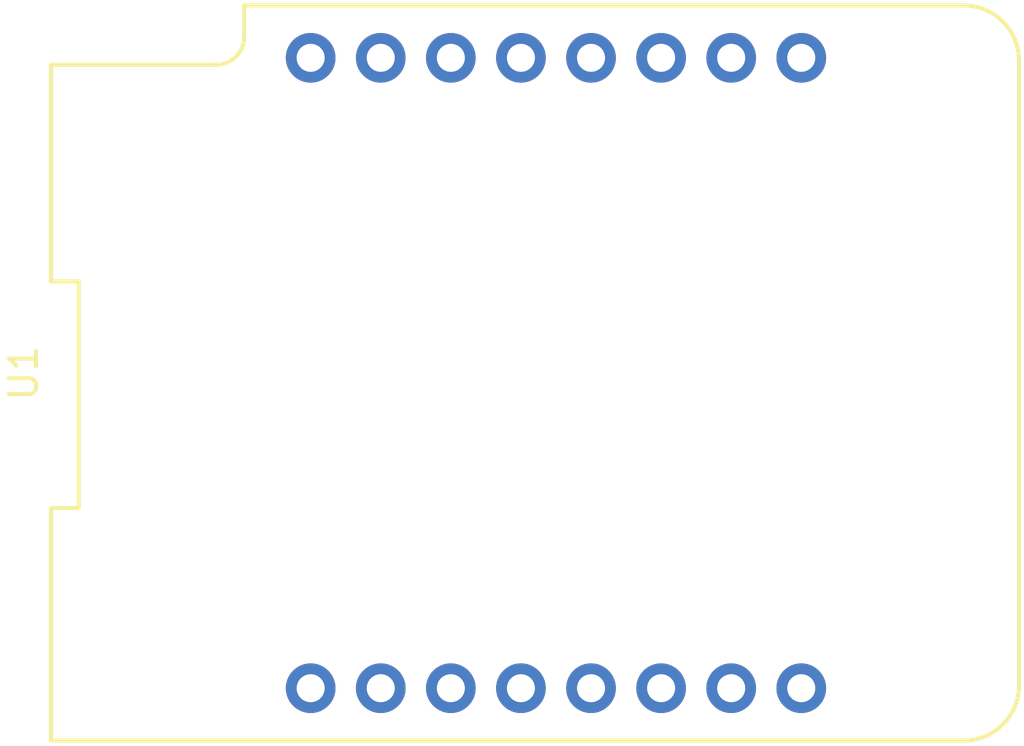
<source format=kicad_pcb>
(kicad_pcb (version 20171130) (host pcbnew "(5.0.1-3-g963ef8bb5)")

  (general
    (thickness 1.6)
    (drawings 0)
    (tracks 0)
    (zones 0)
    (modules 1)
    (nets 17)
  )

  (page A4)
  (layers
    (0 F.Cu signal)
    (31 B.Cu signal)
    (32 B.Adhes user)
    (33 F.Adhes user)
    (34 B.Paste user)
    (35 F.Paste user)
    (36 B.SilkS user)
    (37 F.SilkS user)
    (38 B.Mask user)
    (39 F.Mask user)
    (40 Dwgs.User user)
    (41 Cmts.User user)
    (42 Eco1.User user)
    (43 Eco2.User user)
    (44 Edge.Cuts user)
    (45 Margin user)
    (46 B.CrtYd user)
    (47 F.CrtYd user)
    (48 B.Fab user)
    (49 F.Fab user)
  )

  (setup
    (last_trace_width 0.25)
    (trace_clearance 0.2)
    (zone_clearance 0.508)
    (zone_45_only no)
    (trace_min 0.2)
    (segment_width 0.2)
    (edge_width 0.15)
    (via_size 0.8)
    (via_drill 0.4)
    (via_min_size 0.4)
    (via_min_drill 0.3)
    (uvia_size 0.3)
    (uvia_drill 0.1)
    (uvias_allowed no)
    (uvia_min_size 0.2)
    (uvia_min_drill 0.1)
    (pcb_text_width 0.3)
    (pcb_text_size 1.5 1.5)
    (mod_edge_width 0.15)
    (mod_text_size 1 1)
    (mod_text_width 0.15)
    (pad_size 1.524 1.524)
    (pad_drill 0.762)
    (pad_to_mask_clearance 0.051)
    (solder_mask_min_width 0.25)
    (aux_axis_origin 0 0)
    (visible_elements FFFFFF7F)
    (pcbplotparams
      (layerselection 0x010fc_ffffffff)
      (usegerberextensions false)
      (usegerberattributes false)
      (usegerberadvancedattributes false)
      (creategerberjobfile false)
      (excludeedgelayer true)
      (linewidth 0.100000)
      (plotframeref false)
      (viasonmask false)
      (mode 1)
      (useauxorigin false)
      (hpglpennumber 1)
      (hpglpenspeed 20)
      (hpglpendiameter 15.000000)
      (psnegative false)
      (psa4output false)
      (plotreference true)
      (plotvalue true)
      (plotinvisibletext false)
      (padsonsilk false)
      (subtractmaskfromsilk false)
      (outputformat 1)
      (mirror false)
      (drillshape 1)
      (scaleselection 1)
      (outputdirectory ""))
  )

  (net 0 "")
  (net 1 "Net-(U1-Pad16)")
  (net 2 "Net-(U1-Pad1)")
  (net 3 "Net-(U1-Pad15)")
  (net 4 "Net-(U1-Pad2)")
  (net 5 "Net-(U1-Pad14)")
  (net 6 "Net-(U1-Pad3)")
  (net 7 "Net-(U1-Pad13)")
  (net 8 "Net-(U1-Pad4)")
  (net 9 "Net-(U1-Pad12)")
  (net 10 "Net-(U1-Pad5)")
  (net 11 "Net-(U1-Pad11)")
  (net 12 "Net-(U1-Pad6)")
  (net 13 "Net-(U1-Pad10)")
  (net 14 "Net-(U1-Pad7)")
  (net 15 "Net-(U1-Pad9)")
  (net 16 "Net-(U1-Pad8)")

  (net_class Default "This is the default net class."
    (clearance 0.2)
    (trace_width 0.25)
    (via_dia 0.8)
    (via_drill 0.4)
    (uvia_dia 0.3)
    (uvia_drill 0.1)
    (add_net "Net-(U1-Pad1)")
    (add_net "Net-(U1-Pad10)")
    (add_net "Net-(U1-Pad11)")
    (add_net "Net-(U1-Pad12)")
    (add_net "Net-(U1-Pad13)")
    (add_net "Net-(U1-Pad14)")
    (add_net "Net-(U1-Pad15)")
    (add_net "Net-(U1-Pad16)")
    (add_net "Net-(U1-Pad2)")
    (add_net "Net-(U1-Pad3)")
    (add_net "Net-(U1-Pad4)")
    (add_net "Net-(U1-Pad5)")
    (add_net "Net-(U1-Pad6)")
    (add_net "Net-(U1-Pad7)")
    (add_net "Net-(U1-Pad8)")
    (add_net "Net-(U1-Pad9)")
  )

  (module wemos-d1-mini:wemos-d1-mini-with-pin-header-and-connector (layer F.Cu) (tedit 58B56593) (tstamp 5CD6166F)
    (at 167.860001 36.027025)
    (path /5CD60446)
    (fp_text reference U1 (at -19.3 0 90) (layer F.SilkS)
      (effects (font (size 1 1) (thickness 0.15)))
    )
    (fp_text value WeMos_mini (at 0 0) (layer F.Fab)
      (effects (font (size 1 1) (thickness 0.15)))
    )
    (fp_line (start -18.3 13.33) (end 14.78 13.33) (layer F.SilkS) (width 0.15))
    (fp_line (start 16.78 11.33) (end 16.78 -11.33) (layer F.SilkS) (width 0.15))
    (fp_line (start 14.78 -13.33) (end -11.3 -13.33) (layer F.SilkS) (width 0.15))
    (fp_line (start -18.3 -11.18) (end -18.3 -3.32) (layer F.SilkS) (width 0.15))
    (fp_line (start -18.3 -3.32) (end -17.3 -3.32) (layer F.SilkS) (width 0.15))
    (fp_line (start -17.3 -3.32) (end -17.3 4.9) (layer F.SilkS) (width 0.15))
    (fp_line (start -17.3 4.9) (end -18.3 4.9) (layer F.SilkS) (width 0.15))
    (fp_line (start -18.3 4.9) (end -18.3 13.329999) (layer F.SilkS) (width 0.15))
    (fp_line (start -11.48 -13.5) (end 14.85 -13.5) (layer F.CrtYd) (width 0.05))
    (fp_line (start 16.94 -11.5) (end 16.94 11.5) (layer F.CrtYd) (width 0.05))
    (fp_line (start 14.94 13.5) (end -18.46 13.5) (layer F.CrtYd) (width 0.05))
    (fp_line (start -18.46 13.5) (end -18.46 -11.33) (layer F.CrtYd) (width 0.05))
    (fp_arc (start 14.78 -11.33) (end 14.78 -13.33) (angle 90) (layer F.SilkS) (width 0.15))
    (fp_arc (start 14.78 11.33) (end 16.78 11.33) (angle 90) (layer F.SilkS) (width 0.15))
    (fp_arc (start 14.94 11.5) (end 16.94 11.5) (angle 90) (layer F.CrtYd) (width 0.05))
    (fp_arc (start 14.94 -11.5) (end 14.85 -13.5) (angle 92.57657183) (layer F.CrtYd) (width 0.05))
    (fp_line (start -18.3 -11.18) (end -12.3 -11.18) (layer F.SilkS) (width 0.15))
    (fp_arc (start -12.3 -12.18) (end -11.3 -12.18) (angle 90) (layer F.SilkS) (width 0.15))
    (fp_line (start -11.3 -12.17) (end -11.3 -13.33) (layer F.SilkS) (width 0.15))
    (fp_line (start -11.3 -13.33) (end -11.3 -13.33) (layer F.SilkS) (width 0.15))
    (fp_line (start -11.48 -13.5) (end -11.48 -12.33) (layer F.CrtYd) (width 0.05))
    (fp_line (start -18.46 -11.33) (end -12.48 -11.33) (layer F.CrtYd) (width 0.05))
    (fp_arc (start -12.48 -12.33) (end -11.48 -12.33) (angle 90) (layer F.CrtYd) (width 0.05))
    (pad 16 thru_hole circle (at -8.89 -11.43) (size 1.8 1.8) (drill 1.016) (layers *.Cu *.Mask)
      (net 1 "Net-(U1-Pad16)"))
    (pad 1 thru_hole circle (at -8.89 11.43) (size 1.8 1.8) (drill 1.016) (layers *.Cu *.Mask)
      (net 2 "Net-(U1-Pad1)"))
    (pad 15 thru_hole circle (at -6.35 -11.43) (size 1.8 1.8) (drill 1.016) (layers *.Cu *.Mask)
      (net 3 "Net-(U1-Pad15)"))
    (pad 2 thru_hole circle (at -6.35 11.43) (size 1.8 1.8) (drill 1.016) (layers *.Cu *.Mask)
      (net 4 "Net-(U1-Pad2)"))
    (pad 14 thru_hole circle (at -3.81 -11.43) (size 1.8 1.8) (drill 1.016) (layers *.Cu *.Mask)
      (net 5 "Net-(U1-Pad14)"))
    (pad 3 thru_hole circle (at -3.81 11.43) (size 1.8 1.8) (drill 1.016) (layers *.Cu *.Mask)
      (net 6 "Net-(U1-Pad3)"))
    (pad 13 thru_hole circle (at -1.27 -11.43) (size 1.8 1.8) (drill 1.016) (layers *.Cu *.Mask)
      (net 7 "Net-(U1-Pad13)"))
    (pad 4 thru_hole circle (at -1.27 11.43) (size 1.8 1.8) (drill 1.016) (layers *.Cu *.Mask)
      (net 8 "Net-(U1-Pad4)"))
    (pad 12 thru_hole circle (at 1.27 -11.43) (size 1.8 1.8) (drill 1.016) (layers *.Cu *.Mask)
      (net 9 "Net-(U1-Pad12)"))
    (pad 5 thru_hole circle (at 1.27 11.43) (size 1.8 1.8) (drill 1.016) (layers *.Cu *.Mask)
      (net 10 "Net-(U1-Pad5)"))
    (pad 11 thru_hole circle (at 3.81 -11.43) (size 1.8 1.8) (drill 1.016) (layers *.Cu *.Mask)
      (net 11 "Net-(U1-Pad11)"))
    (pad 6 thru_hole circle (at 3.81 11.43) (size 1.8 1.8) (drill 1.016) (layers *.Cu *.Mask)
      (net 12 "Net-(U1-Pad6)"))
    (pad 10 thru_hole circle (at 6.35 -11.43) (size 1.8 1.8) (drill 1.016) (layers *.Cu *.Mask)
      (net 13 "Net-(U1-Pad10)"))
    (pad 7 thru_hole circle (at 6.35 11.43) (size 1.8 1.8) (drill 1.016) (layers *.Cu *.Mask)
      (net 14 "Net-(U1-Pad7)"))
    (pad 9 thru_hole circle (at 8.89 -11.43) (size 1.8 1.8) (drill 1.016) (layers *.Cu *.Mask)
      (net 15 "Net-(U1-Pad9)"))
    (pad 8 thru_hole circle (at 8.89 11.43) (size 1.8 1.8) (drill 1.016) (layers *.Cu *.Mask)
      (net 16 "Net-(U1-Pad8)"))
    (model ${KIPRJMOD}/3dshapes/wemos_d1_mini.3dshapes/d1_mini_shield.wrl
      (offset (xyz -17.89999973116897 -12.79999980776329 8.39999987384466))
      (scale (xyz 0.3937 0.3937 0.3937))
      (rotate (xyz 0 180 90))
    )
    (model ${KIPRJMOD}/3dshapes/wemos_d1_mini.3dshapes/SLW-108-01-G-S.wrl
      (offset (xyz 0 -11.39999982878918 0))
      (scale (xyz 0.3937 0.3937 0.3937))
      (rotate (xyz -90 0 0))
    )
    (model ${KIPRJMOD}/3dshapes/wemos_d1_mini.3dshapes/SLW-108-01-G-S.wrl
      (offset (xyz 0 11.39999982878918 0))
      (scale (xyz 0.3937 0.3937 0.3937))
      (rotate (xyz -90 0 0))
    )
    (model ${KIPRJMOD}/3dshapes/wemos_d1_mini.3dshapes/TSW-108-05-G-S.wrl
      (offset (xyz 0 -11.39999982878918 7.299999890364999))
      (scale (xyz 0.3937 0.3937 0.3937))
      (rotate (xyz 90 0 0))
    )
    (model ${KIPRJMOD}/3dshapes/wemos_d1_mini.3dshapes/TSW-108-05-G-S.wrl
      (offset (xyz 0 11.39999982878918 7.299999890364999))
      (scale (xyz 0.3937 0.3937 0.3937))
      (rotate (xyz 90 0 0))
    )
  )

)

</source>
